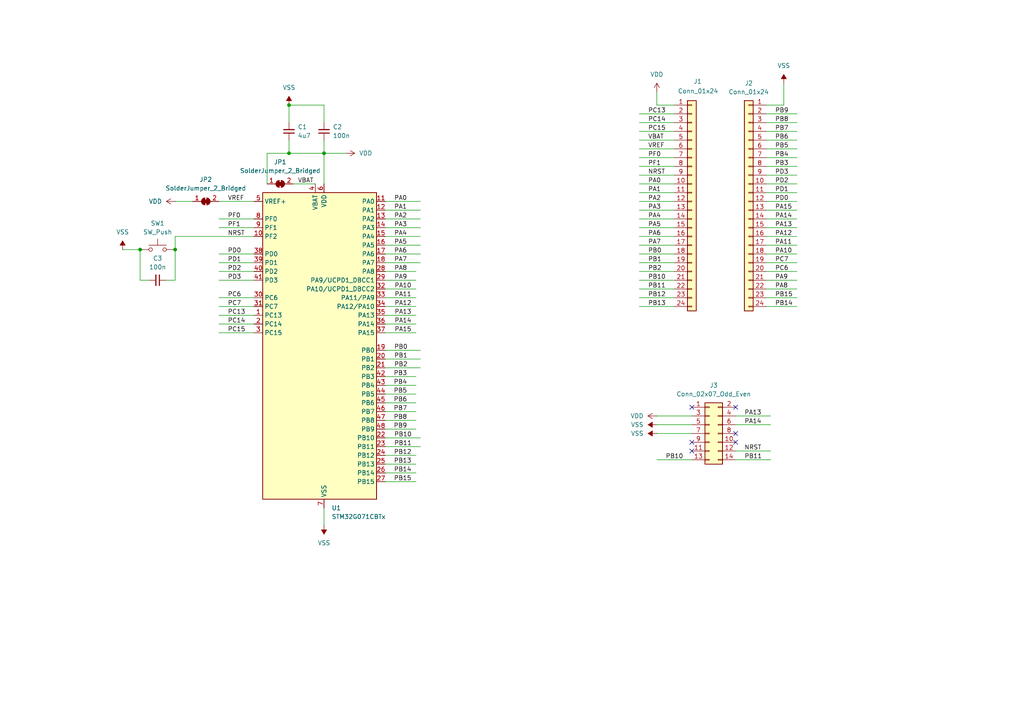
<source format=kicad_sch>
(kicad_sch (version 20231120) (generator "eeschema") (generator_version "8.0")
  (paper "A4")
  (lib_symbols
    (symbol "Connector_Generic:Conn_01x24" (pin_names (offset 1.016) hide)
      (property "Reference" "J" (at 0 30.48 0))
      (property "Value" "Conn_01x24" (at 0 -33.02 0))
      (symbol "Conn_01x24_1_1"
        (rectangle (start -1.27 -30.353) (end 0 -30.607) (stroke (width 0.1524)))
        (rectangle (start -1.27 -27.813) (end 0 -28.067) (stroke (width 0.1524)))
        (rectangle (start -1.27 -25.273) (end 0 -25.527) (stroke (width 0.1524)))
        (rectangle (start -1.27 -22.733) (end 0 -22.987) (stroke (width 0.1524)))
        (rectangle (start -1.27 -20.193) (end 0 -20.447) (stroke (width 0.1524)))
        (rectangle (start -1.27 -17.653) (end 0 -17.907) (stroke (width 0.1524)))
        (rectangle (start -1.27 -15.113) (end 0 -15.367) (stroke (width 0.1524)))
        (rectangle (start -1.27 -12.573) (end 0 -12.827) (stroke (width 0.1524)))
        (rectangle (start -1.27 -10.033) (end 0 -10.287) (stroke (width 0.1524)))
        (rectangle (start -1.27 -7.493) (end 0 -7.747) (stroke (width 0.1524)))
        (rectangle (start -1.27 -4.953) (end 0 -5.207) (stroke (width 0.1524)))
        (rectangle (start -1.27 -2.413) (end 0 -2.667) (stroke (width 0.1524)))
        (rectangle (start -1.27 0.127) (end 0 -0.127) (stroke (width 0.1524)))
        (rectangle (start -1.27 2.667) (end 0 2.413) (stroke (width 0.1524)))
        (rectangle (start -1.27 5.207) (end 0 4.953) (stroke (width 0.1524)))
        (rectangle (start -1.27 7.747) (end 0 7.493) (stroke (width 0.1524)))
        (rectangle (start -1.27 10.287) (end 0 10.033) (stroke (width 0.1524)))
        (rectangle (start -1.27 12.827) (end 0 12.573) (stroke (width 0.1524)))
        (rectangle (start -1.27 15.367) (end 0 15.113) (stroke (width 0.1524)))
        (rectangle (start -1.27 17.907) (end 0 17.653) (stroke (width 0.1524)))
        (rectangle (start -1.27 20.447) (end 0 20.193) (stroke (width 0.1524)))
        (rectangle (start -1.27 22.987) (end 0 22.733) (stroke (width 0.1524)))
        (rectangle (start -1.27 25.527) (end 0 25.273) (stroke (width 0.1524)))
        (rectangle (start -1.27 28.067) (end 0 27.813) (stroke (width 0.1524)))
        (rectangle (start -1.27 29.21) (end 1.27 -31.75) (stroke (width 0.254)) (fill (type background)))
        (pin passive line (at -5.08 27.94 0) (length 3.81) (name "Pin_1") (number "1"))
        (pin passive line (at -5.08 5.08 0) (length 3.81) (name "Pin_10") (number "10"))
        (pin passive line (at -5.08 2.54 0) (length 3.81) (name "Pin_11") (number "11"))
        (pin passive line (at -5.08 0 0) (length 3.81) (name "Pin_12") (number "12"))
        (pin passive line (at -5.08 -2.54 0) (length 3.81) (name "Pin_13") (number "13"))
        (pin passive line (at -5.08 -5.08 0) (length 3.81) (name "Pin_14") (number "14"))
        (pin passive line (at -5.08 -7.62 0) (length 3.81) (name "Pin_15") (number "15"))
        (pin passive line (at -5.08 -10.16 0) (length 3.81) (name "Pin_16") (number "16"))
        (pin passive line (at -5.08 -12.7 0) (length 3.81) (name "Pin_17") (number "17"))
        (pin passive line (at -5.08 -15.24 0) (length 3.81) (name "Pin_18") (number "18"))
        (pin passive line (at -5.08 -17.78 0) (length 3.81) (name "Pin_19") (number "19"))
        (pin passive line (at -5.08 25.4 0) (length 3.81) (name "Pin_2") (number "2"))
        (pin passive line (at -5.08 -20.32 0) (length 3.81) (name "Pin_20") (number "20"))
        (pin passive line (at -5.08 -22.86 0) (length 3.81) (name "Pin_21") (number "21"))
        (pin passive line (at -5.08 -25.4 0) (length 3.81) (name "Pin_22") (number "22"))
        (pin passive line (at -5.08 -27.94 0) (length 3.81) (name "Pin_23") (number "23"))
        (pin passive line (at -5.08 -30.48 0) (length 3.81) (name "Pin_24") (number "24"))
        (pin passive line (at -5.08 22.86 0) (length 3.81) (name "Pin_3") (number "3"))
        (pin passive line (at -5.08 20.32 0) (length 3.81) (name "Pin_4") (number "4"))
        (pin passive line (at -5.08 17.78 0) (length 3.81) (name "Pin_5") (number "5"))
        (pin passive line (at -5.08 15.24 0) (length 3.81) (name "Pin_6") (number "6"))
        (pin passive line (at -5.08 12.7 0) (length 3.81) (name "Pin_7") (number "7"))
        (pin passive line (at -5.08 10.16 0) (length 3.81) (name "Pin_8") (number "8"))
        (pin passive line (at -5.08 7.62 0) (length 3.81) (name "Pin_9") (number "9"))
      )
    )
    (symbol "Connector_Generic:Conn_02x07_Odd_Even" (pin_names (offset 1.016) hide)
      (property "Reference" "J" (at 1.27 10.16 0))
      (property "Value" "Conn_02x07_Odd_Even" (at 1.27 -10.16 0))
      (symbol "Conn_02x07_Odd_Even_1_1"
        (rectangle (start -1.27 -7.493) (end 0 -7.747) (stroke (width 0.1524)))
        (rectangle (start -1.27 -4.953) (end 0 -5.207) (stroke (width 0.1524)))
        (rectangle (start -1.27 -2.413) (end 0 -2.667) (stroke (width 0.1524)))
        (rectangle (start -1.27 0.127) (end 0 -0.127) (stroke (width 0.1524)))
        (rectangle (start -1.27 2.667) (end 0 2.413) (stroke (width 0.1524)))
        (rectangle (start -1.27 5.207) (end 0 4.953) (stroke (width 0.1524)))
        (rectangle (start -1.27 7.747) (end 0 7.493) (stroke (width 0.1524)))
        (rectangle (start -1.27 8.89) (end 3.81 -8.89) (stroke (width 0.254)) (fill (type background)))
        (rectangle (start 3.81 -7.493) (end 2.54 -7.747) (stroke (width 0.1524)))
        (rectangle (start 3.81 -4.953) (end 2.54 -5.207) (stroke (width 0.1524)))
        (rectangle (start 3.81 -2.413) (end 2.54 -2.667) (stroke (width 0.1524)))
        (rectangle (start 3.81 0.127) (end 2.54 -0.127) (stroke (width 0.1524)))
        (rectangle (start 3.81 2.667) (end 2.54 2.413) (stroke (width 0.1524)))
        (rectangle (start 3.81 5.207) (end 2.54 4.953) (stroke (width 0.1524)))
        (rectangle (start 3.81 7.747) (end 2.54 7.493) (stroke (width 0.1524)))
        (pin passive line (at -5.08 7.62 0) (length 3.81) (name "Pin_1") (number "1"))
        (pin passive line (at 7.62 -2.54 180) (length 3.81) (name "Pin_10") (number "10"))
        (pin passive line (at -5.08 -5.08 0) (length 3.81) (name "Pin_11") (number "11"))
        (pin passive line (at 7.62 -5.08 180) (length 3.81) (name "Pin_12") (number "12"))
        (pin passive line (at -5.08 -7.62 0) (length 3.81) (name "Pin_13") (number "13"))
        (pin passive line (at 7.62 -7.62 180) (length 3.81) (name "Pin_14") (number "14"))
        (pin passive line (at 7.62 7.62 180) (length 3.81) (name "Pin_2") (number "2"))
        (pin passive line (at -5.08 5.08 0) (length 3.81) (name "Pin_3") (number "3"))
        (pin passive line (at 7.62 5.08 180) (length 3.81) (name "Pin_4") (number "4"))
        (pin passive line (at -5.08 2.54 0) (length 3.81) (name "Pin_5") (number "5"))
        (pin passive line (at 7.62 2.54 180) (length 3.81) (name "Pin_6") (number "6"))
        (pin passive line (at -5.08 0 0) (length 3.81) (name "Pin_7") (number "7"))
        (pin passive line (at 7.62 0 180) (length 3.81) (name "Pin_8") (number "8"))
        (pin passive line (at -5.08 -2.54 0) (length 3.81) (name "Pin_9") (number "9"))
      )
    )
    (symbol "Device:C_Small" (pin_numbers hide) (pin_names (offset 0.254) hide)
      (property "Reference" "C" (at 0.254 1.778 0))
      (property "Value" "C_Small" (at 0.254 -2.032 0))
      (symbol "C_Small_0_1"
        (polyline (pts (xy -1.524 -0.508) (xy 1.524 -0.508)) (stroke (width 0.3302)))
        (polyline (pts (xy -1.524 0.508) (xy 1.524 0.508)) (stroke (width 0.3048)))
      )
      (symbol "C_Small_1_1"
        (pin passive line (at 0 2.54 270) (length 2.032) (name "~") (number "1"))
        (pin passive line (at 0 -2.54 90) (length 2.032) (name "~") (number "2"))
      )
    )
    (symbol "Jumper:SolderJumper_2_Bridged" (pin_names (offset 0) hide)
      (property "Reference" "JP" (at 0 2.032 0))
      (property "Value" "SolderJumper_2_Bridged" (at 0 -2.54 0))
      (symbol "SolderJumper_2_Bridged_0_1"
        (rectangle (start -0.508 0.508) (end 0.508 -0.508) (fill (type outline)))
        (arc (start -0.254 1.016) (mid -1.2656 0) (end -0.254 -1.016))
        (arc (start -0.254 1.016) (mid -1.2656 0) (end -0.254 -1.016) (fill (type outline)))
        (polyline (pts (xy -0.254 1.016) (xy -0.254 -1.016)))
        (polyline (pts (xy 0.254 1.016) (xy 0.254 -1.016)))
        (arc (start 0.254 -1.016) (mid 1.2656 0) (end 0.254 1.016))
        (arc (start 0.254 -1.016) (mid 1.2656 0) (end 0.254 1.016) (fill (type outline)))
      )
      (symbol "SolderJumper_2_Bridged_1_1"
        (pin passive line (at -3.81 0 0) (length 2.54) (name "A") (number "1"))
        (pin passive line (at 3.81 0 180) (length 2.54) (name "B") (number "2"))
      )
    )
    (symbol "MCU_ST_STM32G0:STM32G071CBTx"
      (property "Reference" "U" (at -15.24 46.99 0))
      (property "Value" "STM32G071CBTx" (at 5.08 46.99 0))
      (symbol "STM32G071CBTx_0_1"
        (rectangle (start -15.24 -43.18) (end 17.78 45.72) (stroke (width 0.254)) (fill (type background)))
      )
      (symbol "STM32G071CBTx_1_1"
        (pin bidirectional line (at -17.78 10.16 0) (length 2.54) (name "PC13") (number "1"))
        (pin bidirectional line (at -17.78 33.02 0) (length 2.54) (name "PF2") (number "10"))
        (pin bidirectional line (at 20.32 43.18 180) (length 2.54) (name "PA0") (number "11"))
        (pin bidirectional line (at 20.32 40.64 180) (length 2.54) (name "PA1") (number "12"))
        (pin bidirectional line (at 20.32 38.1 180) (length 2.54) (name "PA2") (number "13"))
        (pin bidirectional line (at 20.32 35.56 180) (length 2.54) (name "PA3") (number "14"))
        (pin bidirectional line (at 20.32 33.02 180) (length 2.54) (name "PA4") (number "15"))
        (pin bidirectional line (at 20.32 30.48 180) (length 2.54) (name "PA5") (number "16"))
        (pin bidirectional line (at 20.32 27.94 180) (length 2.54) (name "PA6") (number "17"))
        (pin bidirectional line (at 20.32 25.4 180) (length 2.54) (name "PA7") (number "18"))
        (pin bidirectional line (at 20.32 0 180) (length 2.54) (name "PB0") (number "19"))
        (pin bidirectional line (at -17.78 7.62 0) (length 2.54) (name "PC14") (number "2"))
        (pin bidirectional line (at 20.32 -2.54 180) (length 2.54) (name "PB1") (number "20"))
        (pin bidirectional line (at 20.32 -5.08 180) (length 2.54) (name "PB2") (number "21"))
        (pin bidirectional line (at 20.32 -25.4 180) (length 2.54) (name "PB10") (number "22"))
        (pin bidirectional line (at 20.32 -27.94 180) (length 2.54) (name "PB11") (number "23"))
        (pin bidirectional line (at 20.32 -30.48 180) (length 2.54) (name "PB12") (number "24"))
        (pin bidirectional line (at 20.32 -33.02 180) (length 2.54) (name "PB13") (number "25"))
        (pin bidirectional line (at 20.32 -35.56 180) (length 2.54) (name "PB14") (number "26"))
        (pin bidirectional line (at 20.32 -38.1 180) (length 2.54) (name "PB15") (number "27"))
        (pin bidirectional line (at 20.32 22.86 180) (length 2.54) (name "PA8") (number "28"))
        (pin bidirectional line (at 20.32 20.32 180) (length 2.54) (name "PA9/UCPD1_DBCC1") (number "29"))
        (pin bidirectional line (at -17.78 5.08 0) (length 2.54) (name "PC15") (number "3"))
        (pin bidirectional line (at -17.78 15.24 0) (length 2.54) (name "PC6") (number "30"))
        (pin bidirectional line (at -17.78 12.7 0) (length 2.54) (name "PC7") (number "31"))
        (pin bidirectional line (at 20.32 17.78 180) (length 2.54) (name "PA10/UCPD1_DBCC2") (number "32"))
        (pin bidirectional line (at 20.32 15.24 180) (length 2.54) (name "PA11/PA9") (number "33"))
        (pin bidirectional line (at 20.32 12.7 180) (length 2.54) (name "PA12/PA10") (number "34"))
        (pin bidirectional line (at 20.32 10.16 180) (length 2.54) (name "PA13") (number "35"))
        (pin bidirectional line (at 20.32 7.62 180) (length 2.54) (name "PA14") (number "36"))
        (pin bidirectional line (at 20.32 5.08 180) (length 2.54) (name "PA15") (number "37"))
        (pin bidirectional line (at -17.78 27.94 0) (length 2.54) (name "PD0") (number "38"))
        (pin bidirectional line (at -17.78 25.4 0) (length 2.54) (name "PD1") (number "39"))
        (pin power_in line (at 0 48.26 270) (length 2.54) (name "VBAT") (number "4"))
        (pin bidirectional line (at -17.78 22.86 0) (length 2.54) (name "PD2") (number "40"))
        (pin bidirectional line (at -17.78 20.32 0) (length 2.54) (name "PD3") (number "41"))
        (pin bidirectional line (at 20.32 -7.62 180) (length 2.54) (name "PB3") (number "42"))
        (pin bidirectional line (at 20.32 -10.16 180) (length 2.54) (name "PB4") (number "43"))
        (pin bidirectional line (at 20.32 -12.7 180) (length 2.54) (name "PB5") (number "44"))
        (pin bidirectional line (at 20.32 -15.24 180) (length 2.54) (name "PB6") (number "45"))
        (pin bidirectional line (at 20.32 -17.78 180) (length 2.54) (name "PB7") (number "46"))
        (pin bidirectional line (at 20.32 -20.32 180) (length 2.54) (name "PB8") (number "47"))
        (pin bidirectional line (at 20.32 -22.86 180) (length 2.54) (name "PB9") (number "48"))
        (pin input line (at -17.78 43.18 0) (length 2.54) (name "VREF+") (number "5"))
        (pin power_in line (at 2.54 48.26 270) (length 2.54) (name "VDD") (number "6"))
        (pin power_in line (at 2.54 -45.72 90) (length 2.54) (name "VSS") (number "7"))
        (pin bidirectional line (at -17.78 38.1 0) (length 2.54) (name "PF0") (number "8"))
        (pin bidirectional line (at -17.78 35.56 0) (length 2.54) (name "PF1") (number "9"))
      )
    )
    (symbol "Switch:SW_Push" (pin_numbers hide) (pin_names (offset 1.016) hide)
      (property "Reference" "SW" (at 1.27 2.54 0))
      (property "Value" "SW_Push" (at 0 -1.524 0))
      (symbol "SW_Push_0_1"
        (circle (center -2.032 0) (radius 0.508))
        (polyline (pts (xy 0 1.27) (xy 0 3.048)))
        (polyline (pts (xy 2.54 1.27) (xy -2.54 1.27)))
        (circle (center 2.032 0) (radius 0.508))
        (pin passive line (at -5.08 0 0) (length 2.54) (name "1") (number "1"))
        (pin passive line (at 5.08 0 180) (length 2.54) (name "2") (number "2"))
      )
    )
    (symbol "power:VDD" (power) (pin_numbers hide) (pin_names (offset 0) hide)
      (property "Value" "VDD" (at 0 3.556 0))
      (symbol "VDD_0_1"
        (polyline (pts (xy -0.762 1.27) (xy 0 2.54)))
        (polyline (pts (xy 0 0) (xy 0 2.54)))
        (polyline (pts (xy 0 2.54) (xy 0.762 1.27)))
      )
      (symbol "VDD_1_1"
        (pin power_in line (at 0 0 90) (length 0) (name "~") (number "1"))
      )
    )
    (symbol "power:VSS" (power) (pin_numbers hide) (pin_names (offset 0) hide)
      (property "Value" "VSS" (at 0 3.556 0))
      (symbol "VSS_0_1"
        (polyline (pts (xy 0 0) (xy 0 2.54)))
        (polyline (pts (xy 0.762 1.27) (xy -0.762 1.27) (xy 0 2.54) (xy 0.762 1.27)) (fill (type outline)))
      )
      (symbol "VSS_1_1"
        (pin power_in line (at 0 0 90) (length 0) (name "~") (number "1"))
      )
    )
  )
  (junction (at 83.82 44.45))
  (junction (at 50.8 72.39))
  (junction (at 93.98 44.45))
  (junction (at 83.82 30.48))
  (junction (at 40.64 72.39))
  (no_connect (at 200.66 128.27))
  (no_connect (at 213.36 128.27))
  (no_connect (at 213.36 118.11))
  (no_connect (at 200.66 130.81))
  (no_connect (at 200.66 118.11))
  (no_connect (at 213.36 125.73))
  (wire (pts (xy 120.65 119.38) (xy 111.76 119.38)))
  (wire (pts (xy 185.42 88.9) (xy 195.58 88.9)))
  (wire (pts (xy 185.42 63.5) (xy 195.58 63.5)))
  (wire (pts (xy 120.65 78.74) (xy 111.76 78.74)))
  (wire (pts (xy 83.82 40.64) (xy 83.82 44.45)))
  (wire (pts (xy 222.25 55.88) (xy 231.14 55.88)))
  (wire (pts (xy 120.65 124.46) (xy 111.76 124.46)))
  (wire (pts (xy 185.42 68.58) (xy 195.58 68.58)))
  (wire (pts (xy 111.76 76.2) (xy 121.92 76.2)))
  (wire (pts (xy 85.09 53.34) (xy 91.44 53.34)))
  (wire (pts (xy 222.25 40.64) (xy 231.14 40.64)))
  (wire (pts (xy 222.25 76.2) (xy 231.14 76.2)))
  (wire (pts (xy 43.18 81.28) (xy 40.64 81.28)))
  (wire (pts (xy 185.42 86.36) (xy 195.58 86.36)))
  (wire (pts (xy 185.42 76.2) (xy 195.58 76.2)))
  (wire (pts (xy 50.8 58.42) (xy 55.88 58.42)))
  (wire (pts (xy 185.42 33.02) (xy 195.58 33.02)))
  (wire (pts (xy 120.65 88.9) (xy 111.76 88.9)))
  (wire (pts (xy 190.5 123.19) (xy 200.66 123.19)))
  (wire (pts (xy 213.36 120.65) (xy 223.52 120.65)))
  (wire (pts (xy 93.98 40.64) (xy 93.98 44.45)))
  (wire (pts (xy 50.8 68.58) (xy 73.66 68.58)))
  (wire (pts (xy 195.58 30.48) (xy 190.5 30.48)))
  (wire (pts (xy 63.5 58.42) (xy 73.66 58.42)))
  (wire (pts (xy 222.25 33.02) (xy 231.14 33.02)))
  (wire (pts (xy 111.76 71.12) (xy 121.92 71.12)))
  (wire (pts (xy 222.25 58.42) (xy 231.14 58.42)))
  (wire (pts (xy 111.76 106.68) (xy 121.92 106.68)))
  (wire (pts (xy 190.5 125.73) (xy 200.66 125.73)))
  (wire (pts (xy 120.65 91.44) (xy 111.76 91.44)))
  (wire (pts (xy 111.76 63.5) (xy 121.92 63.5)))
  (wire (pts (xy 185.42 50.8) (xy 195.58 50.8)))
  (wire (pts (xy 63.5 78.74) (xy 73.66 78.74)))
  (wire (pts (xy 120.65 132.08) (xy 111.76 132.08)))
  (wire (pts (xy 111.76 101.6) (xy 121.92 101.6)))
  (wire (pts (xy 185.42 45.72) (xy 195.58 45.72)))
  (wire (pts (xy 185.42 78.74) (xy 195.58 78.74)))
  (wire (pts (xy 222.25 43.18) (xy 231.14 43.18)))
  (wire (pts (xy 63.5 63.5) (xy 73.66 63.5)))
  (wire (pts (xy 93.98 44.45) (xy 93.98 53.34)))
  (wire (pts (xy 63.5 73.66) (xy 73.66 73.66)))
  (wire (pts (xy 120.65 137.16) (xy 111.76 137.16)))
  (wire (pts (xy 222.25 81.28) (xy 231.14 81.28)))
  (wire (pts (xy 111.76 68.58) (xy 121.92 68.58)))
  (wire (pts (xy 222.25 63.5) (xy 231.14 63.5)))
  (wire (pts (xy 185.42 35.56) (xy 195.58 35.56)))
  (wire (pts (xy 93.98 30.48) (xy 83.82 30.48)))
  (wire (pts (xy 222.25 71.12) (xy 231.14 71.12)))
  (wire (pts (xy 63.5 93.98) (xy 73.66 93.98)))
  (wire (pts (xy 222.25 88.9) (xy 231.14 88.9)))
  (wire (pts (xy 120.65 96.52) (xy 111.76 96.52)))
  (wire (pts (xy 111.76 66.04) (xy 121.92 66.04)))
  (wire (pts (xy 63.5 76.2) (xy 73.66 76.2)))
  (wire (pts (xy 185.42 66.04) (xy 195.58 66.04)))
  (wire (pts (xy 111.76 104.14) (xy 121.92 104.14)))
  (wire (pts (xy 63.5 66.04) (xy 73.66 66.04)))
  (wire (pts (xy 190.5 30.48) (xy 190.5 26.67)))
  (wire (pts (xy 227.33 30.48) (xy 227.33 24.13)))
  (wire (pts (xy 222.25 66.04) (xy 231.14 66.04)))
  (wire (pts (xy 120.65 121.92) (xy 111.76 121.92)))
  (wire (pts (xy 185.42 38.1) (xy 195.58 38.1)))
  (wire (pts (xy 111.76 58.42) (xy 121.92 58.42)))
  (wire (pts (xy 222.25 48.26) (xy 231.14 48.26)))
  (wire (pts (xy 222.25 73.66) (xy 231.14 73.66)))
  (wire (pts (xy 185.42 43.18) (xy 195.58 43.18)))
  (wire (pts (xy 213.36 123.19) (xy 223.52 123.19)))
  (wire (pts (xy 40.64 81.28) (xy 40.64 72.39)))
  (wire (pts (xy 185.42 73.66) (xy 195.58 73.66)))
  (wire (pts (xy 222.25 68.58) (xy 231.14 68.58)))
  (wire (pts (xy 190.5 133.35) (xy 200.66 133.35)))
  (wire (pts (xy 222.25 45.72) (xy 231.14 45.72)))
  (wire (pts (xy 213.36 133.35) (xy 223.52 133.35)))
  (wire (pts (xy 77.47 44.45) (xy 83.82 44.45)))
  (wire (pts (xy 77.47 44.45) (xy 77.47 53.34)))
  (wire (pts (xy 222.25 50.8) (xy 231.14 50.8)))
  (wire (pts (xy 222.25 53.34) (xy 231.14 53.34)))
  (wire (pts (xy 120.65 93.98) (xy 111.76 93.98)))
  (wire (pts (xy 50.8 81.28) (xy 48.26 81.28)))
  (wire (pts (xy 185.42 60.96) (xy 195.58 60.96)))
  (wire (pts (xy 93.98 147.32) (xy 93.98 152.4)))
  (wire (pts (xy 83.82 44.45) (xy 93.98 44.45)))
  (wire (pts (xy 63.5 86.36) (xy 73.66 86.36)))
  (wire (pts (xy 35.56 72.39) (xy 40.64 72.39)))
  (wire (pts (xy 190.5 120.65) (xy 200.66 120.65)))
  (wire (pts (xy 120.65 116.84) (xy 111.76 116.84)))
  (wire (pts (xy 222.25 83.82) (xy 231.14 83.82)))
  (wire (pts (xy 185.42 48.26) (xy 195.58 48.26)))
  (wire (pts (xy 111.76 127) (xy 121.92 127)))
  (wire (pts (xy 185.42 58.42) (xy 195.58 58.42)))
  (wire (pts (xy 50.8 72.39) (xy 50.8 81.28)))
  (wire (pts (xy 63.5 91.44) (xy 73.66 91.44)))
  (wire (pts (xy 222.25 86.36) (xy 231.14 86.36)))
  (wire (pts (xy 185.42 40.64) (xy 195.58 40.64)))
  (wire (pts (xy 213.36 130.81) (xy 223.52 130.81)))
  (wire (pts (xy 50.8 68.58) (xy 50.8 72.39)))
  (wire (pts (xy 185.42 81.28) (xy 195.58 81.28)))
  (wire (pts (xy 93.98 35.56) (xy 93.98 30.48)))
  (wire (pts (xy 222.25 30.48) (xy 227.33 30.48)))
  (wire (pts (xy 185.42 55.88) (xy 195.58 55.88)))
  (wire (pts (xy 185.42 71.12) (xy 195.58 71.12)))
  (wire (pts (xy 120.65 111.76) (xy 111.76 111.76)))
  (wire (pts (xy 120.65 81.28) (xy 111.76 81.28)))
  (wire (pts (xy 185.42 83.82) (xy 195.58 83.82)))
  (wire (pts (xy 222.25 38.1) (xy 231.14 38.1)))
  (wire (pts (xy 63.5 88.9) (xy 73.66 88.9)))
  (wire (pts (xy 83.82 30.48) (xy 83.82 35.56)))
  (wire (pts (xy 120.65 83.82) (xy 111.76 83.82)))
  (wire (pts (xy 111.76 60.96) (xy 121.92 60.96)))
  (wire (pts (xy 120.65 139.7) (xy 111.76 139.7)))
  (wire (pts (xy 111.76 129.54) (xy 121.92 129.54)))
  (wire (pts (xy 63.5 96.52) (xy 73.66 96.52)))
  (wire (pts (xy 120.65 134.62) (xy 111.76 134.62)))
  (wire (pts (xy 120.65 114.3) (xy 111.76 114.3)))
  (wire (pts (xy 111.76 73.66) (xy 121.92 73.66)))
  (wire (pts (xy 185.42 53.34) (xy 195.58 53.34)))
  (wire (pts (xy 93.98 44.45) (xy 100.33 44.45)))
  (wire (pts (xy 120.65 109.22) (xy 111.76 109.22)))
  (wire (pts (xy 222.25 60.96) (xy 231.14 60.96)))
  (wire (pts (xy 222.25 78.74) (xy 231.14 78.74)))
  (wire (pts (xy 120.65 86.36) (xy 111.76 86.36)))
  (wire (pts (xy 222.25 35.56) (xy 231.14 35.56)))
  (wire (pts (xy 63.5 81.28) (xy 73.66 81.28)))
  (label "PD0" (at 224.79 58.42 0))
  (label "PA14" (at 119.38 93.98 180))
  (label "PB4" (at 224.79 45.72 0))
  (label "PA14" (at 215.9 123.19 0))
  (label "PA0" (at 187.96 53.34 0))
  (label "PA15" (at 119.38 96.52 180))
  (label "PB14" (at 119.38 137.16 180))
  (label "PA2" (at 187.96 58.42 0))
  (label "PA15" (at 224.79 60.96 0))
  (label "PA0" (at 114.3 58.42 0))
  (label "PA6" (at 114.3 73.66 0))
  (label "PB6" (at 224.79 40.64 0))
  (label "PB8" (at 118.11 121.92 180))
  (label "PD1" (at 224.79 55.88 0))
  (label "PC7" (at 66.04 88.9 0))
  (label "PA13" (at 224.79 66.04 0))
  (label "PB2" (at 187.96 78.74 0))
  (label "PA3" (at 187.96 60.96 0))
  (label "PD3" (at 224.79 50.8 0))
  (label "PD2" (at 224.79 53.34 0))
  (label "PA3" (at 114.3 66.04 0))
  (label "PB6" (at 118.11 116.84 180))
  (label "PD2" (at 66.04 78.74 0))
  (label "PA14" (at 224.79 63.5 0))
  (label "PB7" (at 224.79 38.1 0))
  (label "PB11" (at 215.9 133.35 0))
  (label "PF1" (at 187.96 48.26 0))
  (label "NRST" (at 187.96 50.8 0))
  (label "PB2" (at 114.3 106.68 0))
  (label "PB3" (at 118.11 109.22 180))
  (label "PA11" (at 119.38 86.36 180))
  (label "PB4" (at 118.11 111.76 180))
  (label "PC14" (at 66.04 93.98 0))
  (label "PC7" (at 224.79 76.2 0))
  (label "PA12" (at 224.79 68.58 0))
  (label "PA7" (at 114.3 76.2 0))
  (label "PB0" (at 114.3 101.6 0))
  (label "PC15" (at 66.04 96.52 0))
  (label "PC15" (at 187.96 38.1 0))
  (label "PA5" (at 187.96 66.04 0))
  (label "PA9" (at 118.11 81.28 180))
  (label "PF1" (at 66.04 66.04 0))
  (label "PA13" (at 119.38 91.44 180))
  (label "PC13" (at 66.04 91.44 0))
  (label "PB3" (at 224.79 48.26 0))
  (label "VREF" (at 66.04 58.42 0))
  (label "PC6" (at 66.04 86.36 0))
  (label "PB11" (at 187.96 83.82 0))
  (label "PB15" (at 119.38 139.7 180))
  (label "PB15" (at 224.79 86.36 0))
  (label "PB12" (at 119.38 132.08 180))
  (label "PA1" (at 114.3 60.96 0))
  (label "PA4" (at 114.3 68.58 0))
  (label "PA12" (at 119.38 88.9 180))
  (label "PF0" (at 187.96 45.72 0))
  (label "PA4" (at 187.96 63.5 0))
  (label "PF0" (at 66.04 63.5 0))
  (label "PB10" (at 114.3 127 0))
  (label "PA7" (at 187.96 71.12 0))
  (label "PD3" (at 66.04 81.28 0))
  (label "PB1" (at 187.96 76.2 0))
  (label "VBAT" (at 187.96 40.64 0))
  (label "PB1" (at 114.3 104.14 0))
  (label "PA6" (at 187.96 68.58 0))
  (label "PA2" (at 114.3 63.5 0))
  (label "PD1" (at 66.04 76.2 0))
  (label "PB10" (at 187.96 81.28 0))
  (label "PB5" (at 224.79 43.18 0))
  (label "PB14" (at 224.79 88.9 0))
  (label "NRST" (at 66.04 68.58 0))
  (label "PA1" (at 187.96 55.88 0))
  (label "PA8" (at 224.79 83.82 0))
  (label "VBAT" (at 86.36 53.34 0))
  (label "PA13" (at 215.9 120.65 0))
  (label "PD0" (at 66.04 73.66 0))
  (label "PB7" (at 118.11 119.38 180))
  (label "PC14" (at 187.96 35.56 0))
  (label "PA9" (at 224.79 81.28 0))
  (label "PC13" (at 187.96 33.02 0))
  (label "PC6" (at 224.79 78.74 0))
  (label "PB13" (at 187.96 88.9 0))
  (label "PB9" (at 224.79 33.02 0))
  (label "PB10" (at 193.04 133.35 0))
  (label "PB5" (at 118.11 114.3 180))
  (label "PB12" (at 187.96 86.36 0))
  (label "PA8" (at 118.11 78.74 180))
  (label "VREF" (at 187.96 43.18 0))
  (label "PA10" (at 224.79 73.66 0))
  (label "PB0" (at 187.96 73.66 0))
  (label "PA5" (at 114.3 71.12 0))
  (label "PA11" (at 224.79 71.12 0))
  (label "PA10" (at 119.38 83.82 180))
  (label "NRST" (at 215.9 130.81 0))
  (label "PB8" (at 224.79 35.56 0))
  (label "PB9" (at 118.11 124.46 180))
  (label "PB13" (at 119.38 134.62 180))
  (label "PB11" (at 114.3 129.54 0))
  (symbol (lib_id "Jumper:SolderJumper_2_Bridged") (at 81.28 53.34 0) (unit 1)
    (property "Reference" "JP1" (at 81.28 46.99 0))
    (property "Value" "SolderJumper_2_Bridged" (at 81.28 49.53 0))
    (property "Footprint" "Jumper:SolderJumper-2_P1.3mm_Open_TrianglePad1.0x1.5mm" (effects (hide yes)))
    (property "Description" "Solder Jumper, 2-pole, closed/bridged" (effects (hide yes)))
  )
  (symbol (lib_id "power:VDD") (at 190.5 120.65 90) (unit 1)
    (property "Reference" "#PWR07" (effects (hide yes)))
    (property "Value" "VDD" (at 186.69 120.6499 90) (effects (justify left)))
    (property "Description" "Power symbol creates a global label with name \"VDD\"" (effects (hide yes)))
  )
  (symbol (lib_id "power:VDD") (at 50.8 58.42 90) (unit 1)
    (property "Reference" "#PWR05" (effects (hide yes)))
    (property "Value" "VDD" (at 46.99 58.4199 90) (effects (justify left)))
    (property "Description" "Power symbol creates a global label with name \"VDD\"" (effects (hide yes)))
  )
  (symbol (lib_id "Connector_Generic:Conn_02x07_Odd_Even") (at 205.74 125.73 0) (unit 1)
    (property "Reference" "J3" (at 207.01 111.76 0))
    (property "Value" "Conn_02x07_Odd_Even" (at 207.01 114.3 0))
    (property "Footprint" "Project_Footprints:SAMTEC_FTSH-107-01-L-DV-K-A" (effects (hide yes)))
    (property "Description" "Generic connector, double row, 02x07, odd/even pin numbering scheme (row 1 odd numbers, row 2 even numbers), script generated (kicad-library-utils/schlib/autogen/connector/)" (effects (hide yes)))
  )
  (symbol (lib_id "power:VSS") (at 190.5 125.73 90) (unit 1)
    (property "Reference" "#PWR09" (effects (hide yes)))
    (property "Value" "VSS" (at 186.69 125.7299 90) (effects (justify left)))
    (property "Description" "Power symbol creates a global label with name \"VSS\"" (effects (hide yes)))
  )
  (symbol (lib_id "power:VSS") (at 35.56 72.39 0) (unit 1)
    (property "Reference" "#PWR06" (effects (hide yes)))
    (property "Value" "VSS" (at 35.56 67.31 0))
    (property "Description" "Power symbol creates a global label with name \"VSS\"" (effects (hide yes)))
  )
  (symbol (lib_id "Device:C_Small") (at 83.82 38.1 180) (unit 1)
    (property "Reference" "C1" (at 86.36 36.8235 0) (effects (justify right)))
    (property "Value" "4u7" (at 86.36 39.3635 0) (effects (justify right)))
    (property "Footprint" "Capacitor_SMD:C_0402_1005Metric" (effects (hide yes)))
    (property "Description" "Unpolarized capacitor, small symbol" (effects (hide yes)))
  )
  (symbol (lib_id "MCU_ST_STM32G0:STM32G071CBTx") (at 91.44 101.6 0) (unit 1)
    (property "Reference" "U1" (at 96.1741 147.32 0) (effects (justify left)))
    (property "Value" "STM32G071CBTx" (at 96.1741 149.86 0) (effects (justify left)))
    (property "Footprint" "Package_QFP:LQFP-48_7x7mm_P0.5mm" (effects (hide yes)))
    (property "Datasheet" "https://www.st.com/resource/en/datasheet/stm32g071cb.pdf" (effects (hide yes)))
    (property "Description" "STMicroelectronics Arm Cortex-M0+ MCU, 128KB flash, 36KB RAM, 64 MHz, 1.7-3.6V, 44 GPIO, LQFP48" (effects (hide yes)))
  )
  (symbol (lib_id "power:VSS") (at 227.33 24.13 0) (unit 1)
    (property "Reference" "#PWR01" (effects (hide yes)))
    (property "Value" "VSS" (at 227.33 19.05 0))
    (property "Description" "Power symbol creates a global label with name \"VSS\"" (effects (hide yes)))
  )
  (symbol (lib_id "Device:C_Small") (at 93.98 38.1 180) (unit 1)
    (property "Reference" "C2" (at 96.52 36.8235 0) (effects (justify right)))
    (property "Value" "100n" (at 96.52 39.3635 0) (effects (justify right)))
    (property "Footprint" "Capacitor_SMD:C_0402_1005Metric" (effects (hide yes)))
    (property "Description" "Unpolarized capacitor, small symbol" (effects (hide yes)))
  )
  (symbol (lib_id "power:VSS") (at 93.98 152.4 180) (unit 1)
    (property "Reference" "#PWR010" (effects (hide yes)))
    (property "Value" "VSS" (at 93.98 157.48 0))
    (property "Description" "Power symbol creates a global label with name \"VSS\"" (effects (hide yes)))
  )
  (symbol (lib_id "power:VSS") (at 190.5 123.19 90) (unit 1)
    (property "Reference" "#PWR08" (effects (hide yes)))
    (property "Value" "VSS" (at 186.69 123.1899 90) (effects (justify left)))
    (property "Description" "Power symbol creates a global label with name \"VSS\"" (effects (hide yes)))
  )
  (symbol (lib_id "Device:C_Small") (at 45.72 81.28 270) (unit 1)
    (property "Reference" "C3" (at 45.7136 74.93 90))
    (property "Value" "100n" (at 45.7136 77.47 90))
    (property "Footprint" "Capacitor_SMD:C_0402_1005Metric" (effects (hide yes)))
    (property "Description" "Unpolarized capacitor, small symbol" (effects (hide yes)))
  )
  (symbol (lib_id "Connector_Generic:Conn_01x24") (at 200.66 58.42 0) (unit 1)
    (property "Reference" "J1" (at 201.168 23.622 0) (effects (justify left)))
    (property "Value" "Conn_01x24" (at 196.596 26.416 0) (effects (justify left)))
    (property "Footprint" "Connector_PinHeader_2.54mm:PinHeader_1x24_P2.54mm_Vertical" (effects (hide yes)))
    (property "Description" "Generic connector, single row, 01x24, script generated (kicad-library-utils/schlib/autogen/connector/)" (effects (hide yes)))
  )
  (symbol (lib_id "Switch:SW_Push") (at 45.72 72.39 0) (unit 1)
    (property "Reference" "SW1" (at 45.72 64.77 0))
    (property "Value" "SW_Push" (at 45.72 67.31 0))
    (property "Footprint" "Button_Switch_SMD:SW_SPST_PTS810" (effects (hide yes)))
    (property "Description" "Push button switch, generic, two pins" (effects (hide yes)))
  )
  (symbol (lib_id "power:VDD") (at 190.5 26.67 0) (unit 1)
    (property "Reference" "#PWR02" (effects (hide yes)))
    (property "Value" "VDD" (at 190.5 21.59 0))
    (property "Description" "Power symbol creates a global label with name \"VDD\"" (effects (hide yes)))
  )
  (symbol (lib_id "Connector_Generic:Conn_01x24") (at 217.17 58.42 0) (mirror y) (unit 1)
    (property "Reference" "J2" (at 217.17 24.13 0))
    (property "Value" "Conn_01x24" (at 217.17 26.67 0))
    (property "Footprint" "Connector_PinHeader_2.54mm:PinHeader_1x24_P2.54mm_Vertical" (effects (hide yes)))
    (property "Description" "Generic connector, single row, 01x24, script generated (kicad-library-utils/schlib/autogen/connector/)" (effects (hide yes)))
  )
  (symbol (lib_id "Jumper:SolderJumper_2_Bridged") (at 59.69 58.42 0) (unit 1)
    (property "Reference" "JP2" (at 59.69 52.07 0))
    (property "Value" "SolderJumper_2_Bridged" (at 59.69 54.61 0))
    (property "Footprint" "Jumper:SolderJumper-2_P1.3mm_Open_TrianglePad1.0x1.5mm" (effects (hide yes)))
    (property "Description" "Solder Jumper, 2-pole, closed/bridged" (effects (hide yes)))
  )
  (symbol (lib_id "power:VSS") (at 83.82 30.48 0) (unit 1)
    (property "Reference" "#PWR03" (effects (hide yes)))
    (property "Value" "VSS" (at 83.82 25.4 0))
    (property "Description" "Power symbol creates a global label with name \"VSS\"" (effects (hide yes)))
  )
  (symbol (lib_id "power:VDD") (at 100.33 44.45 270) (unit 1)
    (property "Reference" "#PWR04" (effects (hide yes)))
    (property "Value" "VDD" (at 104.14 44.4499 90) (effects (justify left)))
    (property "Description" "Power symbol creates a global label with name \"VDD\"" (effects (hide yes)))
  )
)
</source>
